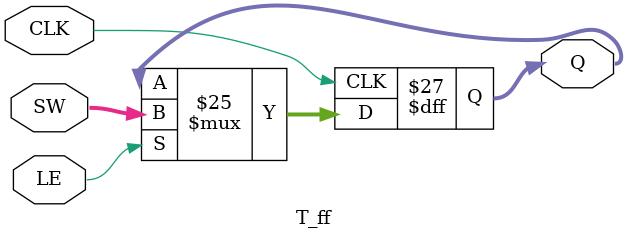
<source format=v>
module T_ff(
    input wire CLK,                   
    input wire LE,            
    input wire [2:0] SW,      
    output reg [2:0] Q        
);

    wire T2, T1, T0;


    assign T2 = (~Q[2] & ~Q[0]) | (Q[2] & Q[0]) | (~Q[1] & Q[0]);
    assign T1 = (~Q[1]) | (Q[1] & ~Q[0]) | (~Q[2] & Q[0]);
    assign T0 = (~Q[2] & Q[1]) | (Q[2] & ~Q[1]) | (~Q[1] & Q[0]);

    always @(posedge CLK) begin
        if (LE) begin
            Q <= SW;
        end
    end
endmodule
</source>
